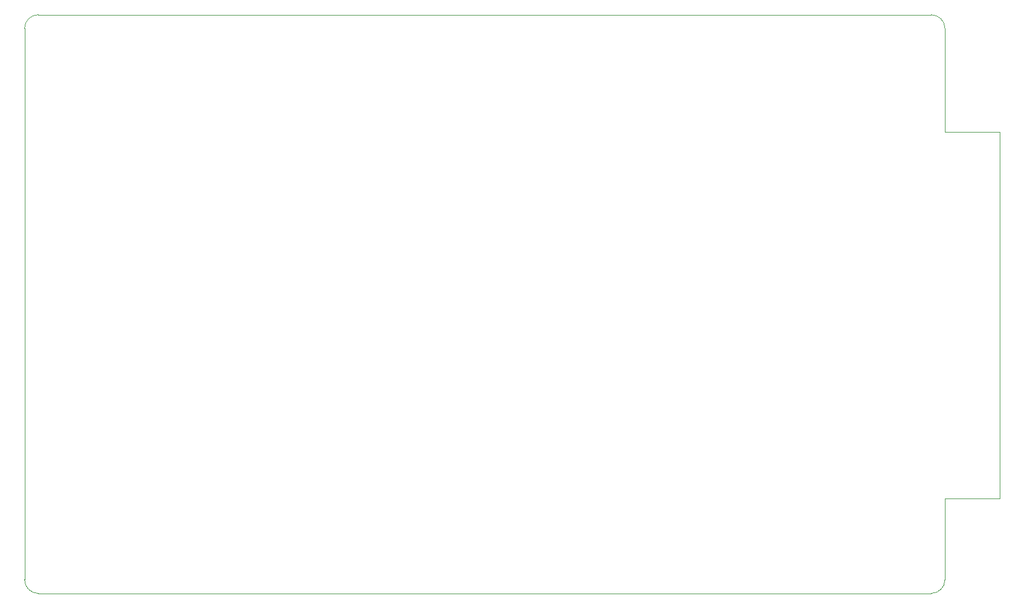
<source format=gm1>
G04 #@! TF.GenerationSoftware,KiCad,Pcbnew,5.1.10*
G04 #@! TF.CreationDate,2022-03-17T15:00:26-07:00*
G04 #@! TF.ProjectId,zf_vga,7a665f76-6761-42e6-9b69-6361645f7063,rev?*
G04 #@! TF.SameCoordinates,Original*
G04 #@! TF.FileFunction,Profile,NP*
%FSLAX46Y46*%
G04 Gerber Fmt 4.6, Leading zero omitted, Abs format (unit mm)*
G04 Created by KiCad (PCBNEW 5.1.10) date 2022-03-17 15:00:26*
%MOMM*%
%LPD*%
G01*
G04 APERTURE LIST*
G04 #@! TA.AperFunction,Profile*
%ADD10C,0.050000*%
G04 #@! TD*
G04 #@! TA.AperFunction,Profile*
%ADD11C,0.100000*%
G04 #@! TD*
G04 APERTURE END LIST*
D10*
X88618999Y-109494000D02*
X219618999Y-109494000D01*
X86618999Y-26494000D02*
X86618999Y-107494000D01*
X229618999Y-95539000D02*
X221618999Y-95539000D01*
X229618999Y-41719000D02*
X229618999Y-95539000D01*
X221618999Y-41719000D02*
X229618999Y-41719000D01*
X221618999Y-107494000D02*
X221618999Y-95539000D01*
X221618999Y-26494000D02*
X221618999Y-41719000D01*
X86618999Y-107494000D02*
G75*
G03*
X88618999Y-109494000I2000000J0D01*
G01*
X219618999Y-109494000D02*
G75*
G03*
X221618999Y-107494000I0J2000000D01*
G01*
X88618999Y-24494000D02*
G75*
G03*
X86618999Y-26494000I0J-2000000D01*
G01*
D11*
X88618999Y-24494000D02*
X219618999Y-24494000D01*
D10*
X221618999Y-26494000D02*
G75*
G03*
X219618999Y-24494000I-2000000J0D01*
G01*
M02*

</source>
